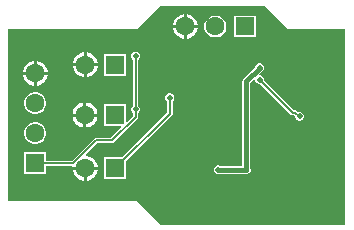
<source format=gbl>
G04*
G04 #@! TF.GenerationSoftware,Altium Limited,Altium Designer,22.6.1 (34)*
G04*
G04 Layer_Physical_Order=2*
G04 Layer_Color=16711680*
%FSLAX25Y25*%
%MOIN*%
G70*
G04*
G04 #@! TF.SameCoordinates,6A0AF7E6-2655-45A2-AC58-E928B373DE11*
G04*
G04*
G04 #@! TF.FilePolarity,Positive*
G04*
G01*
G75*
%ADD11C,0.01575*%
%ADD12C,0.00787*%
%ADD31R,0.06299X0.06299*%
%ADD32C,0.06299*%
%ADD33R,0.06299X0.06299*%
%ADD34C,0.01968*%
G36*
X467860Y396993D02*
X468155Y396796D01*
X468504Y396727D01*
X487278D01*
Y331620D01*
X425574D01*
X417967Y339227D01*
X417671Y339424D01*
X417323Y339494D01*
X374927D01*
Y396727D01*
X417323D01*
X417671Y396796D01*
X417967Y396993D01*
X425574Y404601D01*
X460253D01*
X467860Y396993D01*
D02*
G37*
%LPC*%
G36*
X434444Y401787D02*
X434398D01*
Y398138D01*
X438047D01*
Y398184D01*
X437765Y399239D01*
X437218Y400186D01*
X436446Y400958D01*
X435499Y401505D01*
X434444Y401787D01*
D02*
G37*
G36*
X433398D02*
X433351D01*
X432296Y401505D01*
X431350Y400958D01*
X430577Y400186D01*
X430031Y399239D01*
X429748Y398184D01*
Y398138D01*
X433398D01*
Y401787D01*
D02*
G37*
G36*
X457547Y401287D02*
X450248D01*
Y393988D01*
X457547D01*
Y401287D01*
D02*
G37*
G36*
X444378D02*
X443417D01*
X442489Y401039D01*
X441657Y400558D01*
X440977Y399879D01*
X440497Y399046D01*
X440248Y398118D01*
Y397157D01*
X440497Y396229D01*
X440977Y395397D01*
X441657Y394717D01*
X442489Y394237D01*
X443417Y393988D01*
X444378D01*
X445306Y394237D01*
X446139Y394717D01*
X446818Y395397D01*
X447298Y396229D01*
X447547Y397157D01*
Y398118D01*
X447298Y399046D01*
X446818Y399879D01*
X446139Y400558D01*
X445306Y401039D01*
X444378Y401287D01*
D02*
G37*
G36*
X438047Y397138D02*
X434398D01*
Y393488D01*
X434444D01*
X435499Y393771D01*
X436446Y394317D01*
X437218Y395090D01*
X437765Y396036D01*
X438047Y397092D01*
Y397138D01*
D02*
G37*
G36*
X433398D02*
X429748D01*
Y397092D01*
X430031Y396036D01*
X430577Y395090D01*
X431350Y394317D01*
X432296Y393771D01*
X433351Y393488D01*
X433398D01*
Y397138D01*
D02*
G37*
G36*
X401058Y388992D02*
X401012D01*
Y385343D01*
X404661D01*
Y385389D01*
X404379Y386444D01*
X403832Y387390D01*
X403060Y388163D01*
X402113Y388709D01*
X401058Y388992D01*
D02*
G37*
G36*
X400012D02*
X399966D01*
X398910Y388709D01*
X397964Y388163D01*
X397191Y387390D01*
X396645Y386444D01*
X396362Y385389D01*
Y385343D01*
X400012D01*
Y388992D01*
D02*
G37*
G36*
X384405Y386197D02*
X384358D01*
Y382547D01*
X388008D01*
Y382594D01*
X387725Y383649D01*
X387179Y384595D01*
X386406Y385368D01*
X385460Y385914D01*
X384405Y386197D01*
D02*
G37*
G36*
X383358D02*
X383312D01*
X382257Y385914D01*
X381310Y385368D01*
X380538Y384595D01*
X379992Y383649D01*
X379709Y382594D01*
Y382547D01*
X383358D01*
Y386197D01*
D02*
G37*
G36*
X414161Y388492D02*
X406862D01*
Y381193D01*
X414161D01*
Y388492D01*
D02*
G37*
G36*
X404661Y384343D02*
X401012D01*
Y380693D01*
X401058D01*
X402113Y380976D01*
X403060Y381522D01*
X403832Y382295D01*
X404379Y383241D01*
X404661Y384296D01*
Y384343D01*
D02*
G37*
G36*
X400012D02*
X396362D01*
Y384296D01*
X396645Y383241D01*
X397191Y382295D01*
X397964Y381522D01*
X398910Y380976D01*
X399966Y380693D01*
X400012D01*
Y384343D01*
D02*
G37*
G36*
X388008Y381547D02*
X384358D01*
Y377898D01*
X384405D01*
X385460Y378180D01*
X386406Y378727D01*
X387179Y379499D01*
X387725Y380446D01*
X388008Y381501D01*
Y381547D01*
D02*
G37*
G36*
X383358D02*
X379709D01*
Y381501D01*
X379992Y380446D01*
X380538Y379499D01*
X381310Y378727D01*
X382257Y378180D01*
X383312Y377898D01*
X383358D01*
Y381547D01*
D02*
G37*
G36*
X400979Y372260D02*
X400933D01*
Y368610D01*
X404583D01*
Y368657D01*
X404300Y369712D01*
X403754Y370658D01*
X402981Y371431D01*
X402035Y371977D01*
X400979Y372260D01*
D02*
G37*
G36*
X399933D02*
X399887D01*
X398831Y371977D01*
X397885Y371431D01*
X397113Y370658D01*
X396566Y369712D01*
X396284Y368657D01*
Y368610D01*
X399933D01*
Y372260D01*
D02*
G37*
G36*
X384339Y375697D02*
X383378D01*
X382450Y375448D01*
X381617Y374968D01*
X380938Y374288D01*
X380457Y373456D01*
X380209Y372528D01*
Y371567D01*
X380457Y370638D01*
X380938Y369806D01*
X381617Y369127D01*
X382450Y368646D01*
X383378Y368398D01*
X384339D01*
X385267Y368646D01*
X386099Y369127D01*
X386779Y369806D01*
X387259Y370638D01*
X387508Y371567D01*
Y372528D01*
X387259Y373456D01*
X386779Y374288D01*
X386099Y374968D01*
X385267Y375448D01*
X384339Y375697D01*
D02*
G37*
G36*
X458957Y385343D02*
X458366D01*
X457821Y385117D01*
X457403Y384699D01*
X457232Y384285D01*
X453304Y380357D01*
X453020Y379931D01*
X452920Y379429D01*
Y351214D01*
X445591D01*
X445177Y351386D01*
X444587D01*
X444041Y351160D01*
X443624Y350742D01*
X443398Y350197D01*
Y349606D01*
X443624Y349061D01*
X444041Y348643D01*
X444587Y348417D01*
X445177D01*
X445591Y348589D01*
X453523D01*
X453937Y348417D01*
X454528D01*
X455073Y348643D01*
X455491Y349061D01*
X455717Y349606D01*
Y350197D01*
X455545Y350611D01*
Y378885D01*
X456677Y380018D01*
X457177Y379811D01*
Y379626D01*
X457403Y379081D01*
X457821Y378663D01*
X458366Y378437D01*
X458857D01*
X469003Y368291D01*
X469299Y368094D01*
X469647Y368024D01*
X469985D01*
X470490Y367520D01*
Y367348D01*
X470716Y366803D01*
X471134Y366385D01*
X471679Y366159D01*
X472270D01*
X472815Y366385D01*
X473233Y366803D01*
X473459Y367348D01*
Y367939D01*
X473233Y368484D01*
X472815Y368902D01*
X472270Y369128D01*
X471679D01*
X471524Y369063D01*
X471007Y369580D01*
X470712Y369777D01*
X470363Y369847D01*
X470025D01*
X460146Y379726D01*
Y380217D01*
X459920Y380762D01*
X459502Y381180D01*
X458957Y381405D01*
X458772D01*
X458565Y381906D01*
X459088Y382428D01*
X459502Y382600D01*
X459920Y383017D01*
X460146Y383563D01*
Y384154D01*
X459920Y384699D01*
X459502Y385117D01*
X458957Y385343D01*
D02*
G37*
G36*
X417618Y389280D02*
X417028D01*
X416482Y389054D01*
X416065Y388636D01*
X415839Y388090D01*
Y387500D01*
X416065Y386954D01*
X416412Y386607D01*
Y371267D01*
X416065Y370919D01*
X415839Y370374D01*
Y369783D01*
X416065Y369238D01*
X416412Y368891D01*
Y367814D01*
X414545Y365947D01*
X414083Y366139D01*
Y371760D01*
X406783D01*
Y364461D01*
X412405D01*
X412596Y363999D01*
X409138Y360540D01*
X404029D01*
X403680Y360471D01*
X403385Y360273D01*
X396070Y352958D01*
X387508D01*
Y355697D01*
X380209D01*
Y348398D01*
X387508D01*
Y351136D01*
X396212D01*
X396362Y350940D01*
Y350894D01*
X404661D01*
Y350940D01*
X404379Y351995D01*
X403832Y352942D01*
X403060Y353714D01*
X402113Y354260D01*
X401058Y354543D01*
X400885D01*
X400694Y355005D01*
X404406Y358718D01*
X409515D01*
X409864Y358787D01*
X410159Y358985D01*
X417967Y366793D01*
X418165Y367088D01*
X418234Y367437D01*
Y368891D01*
X418581Y369238D01*
X418807Y369783D01*
Y370374D01*
X418581Y370919D01*
X418234Y371267D01*
Y386607D01*
X418581Y386954D01*
X418807Y387500D01*
Y388090D01*
X418581Y388636D01*
X418164Y389054D01*
X417618Y389280D01*
D02*
G37*
G36*
X404583Y367610D02*
X400933D01*
Y363961D01*
X400979D01*
X402035Y364243D01*
X402981Y364790D01*
X403754Y365562D01*
X404300Y366509D01*
X404583Y367564D01*
Y367610D01*
D02*
G37*
G36*
X399933D02*
X396284D01*
Y367564D01*
X396566Y366509D01*
X397113Y365562D01*
X397885Y364790D01*
X398831Y364243D01*
X399887Y363961D01*
X399933D01*
Y367610D01*
D02*
G37*
G36*
X384339Y365697D02*
X383378D01*
X382450Y365448D01*
X381617Y364968D01*
X380938Y364288D01*
X380457Y363456D01*
X380209Y362528D01*
Y361567D01*
X380457Y360638D01*
X380938Y359806D01*
X381617Y359127D01*
X382450Y358646D01*
X383378Y358398D01*
X384339D01*
X385267Y358646D01*
X386099Y359127D01*
X386779Y359806D01*
X387259Y360638D01*
X387508Y361567D01*
Y362528D01*
X387259Y363456D01*
X386779Y364288D01*
X386099Y364968D01*
X385267Y365448D01*
X384339Y365697D01*
D02*
G37*
G36*
X429001Y375320D02*
X428410D01*
X427865Y375094D01*
X427447Y374676D01*
X427221Y374131D01*
Y373540D01*
X427447Y372995D01*
X427794Y372648D01*
Y368965D01*
X412873Y354043D01*
X406862D01*
Y346744D01*
X414161D01*
Y352755D01*
X429350Y367943D01*
X429548Y368239D01*
X429617Y368588D01*
Y372648D01*
X429964Y372995D01*
X430190Y373540D01*
Y374131D01*
X429964Y374676D01*
X429546Y375094D01*
X429001Y375320D01*
D02*
G37*
G36*
X404661Y349894D02*
X401012D01*
Y346244D01*
X401058D01*
X402113Y346527D01*
X403060Y347073D01*
X403832Y347846D01*
X404379Y348792D01*
X404661Y349847D01*
Y349894D01*
D02*
G37*
G36*
X400012D02*
X396362D01*
Y349847D01*
X396645Y348792D01*
X397191Y347846D01*
X397964Y347073D01*
X398910Y346527D01*
X399966Y346244D01*
X400012D01*
Y349894D01*
D02*
G37*
%LPD*%
D11*
X454232Y379429D02*
X458661Y383858D01*
X454232Y349902D02*
Y379429D01*
X444882Y349902D02*
X454232D01*
D12*
X458661Y379921D02*
X469647Y368935D01*
X471655Y367644D02*
X471974D01*
X469647Y368935D02*
X470363D01*
X471655Y367644D01*
X417323Y367437D02*
Y370079D01*
Y387795D01*
X410512Y350394D02*
X428706Y368588D01*
Y373836D01*
X396447Y352047D02*
X404029Y359629D01*
X409515D02*
X417323Y367437D01*
X404029Y359629D02*
X409515D01*
X383858Y352047D02*
X396447D01*
D31*
X453898Y397638D02*
D03*
X410512Y350394D02*
D03*
X410433Y368110D02*
D03*
X410512Y384842D02*
D03*
D32*
X443898Y397638D02*
D03*
X433898D02*
D03*
X400512Y350394D02*
D03*
X400433Y368110D02*
D03*
X400512Y384842D02*
D03*
X383858Y382047D02*
D03*
Y372047D02*
D03*
Y362047D02*
D03*
D33*
Y352047D02*
D03*
D34*
X486221Y393701D02*
D03*
X484252Y389764D02*
D03*
X486221Y385827D02*
D03*
X484252Y350394D02*
D03*
X486221Y346457D02*
D03*
X484252Y342520D02*
D03*
X486221Y338583D02*
D03*
X484252Y334646D02*
D03*
X482284Y393701D02*
D03*
X480315Y389764D02*
D03*
X482284Y385827D02*
D03*
X480315Y350394D02*
D03*
X482284Y346457D02*
D03*
X480315Y342520D02*
D03*
X482284Y338583D02*
D03*
X480315Y334646D02*
D03*
X478347Y393701D02*
D03*
X476378Y389764D02*
D03*
X478347Y385827D02*
D03*
X476378Y350394D02*
D03*
X478347Y346457D02*
D03*
X476378Y342520D02*
D03*
X478347Y338583D02*
D03*
X476378Y334646D02*
D03*
X474410Y393701D02*
D03*
X472441Y389764D02*
D03*
X474410Y385827D02*
D03*
X472441Y350394D02*
D03*
X474410Y346457D02*
D03*
X472441Y342520D02*
D03*
X474410Y338583D02*
D03*
X472441Y334646D02*
D03*
X470473Y393701D02*
D03*
X468504Y389764D02*
D03*
X470473Y385827D02*
D03*
X468504Y350394D02*
D03*
X470473Y346457D02*
D03*
X468504Y342520D02*
D03*
X470473Y338583D02*
D03*
X468504Y334646D02*
D03*
X464567Y397638D02*
D03*
X466536Y393701D02*
D03*
X464567Y389764D02*
D03*
X466536Y385827D02*
D03*
X464567Y350394D02*
D03*
X466536Y346457D02*
D03*
X464567Y342520D02*
D03*
X466536Y338583D02*
D03*
X464567Y334646D02*
D03*
X460630Y397638D02*
D03*
X462599Y393701D02*
D03*
X460630Y350394D02*
D03*
X462599Y346457D02*
D03*
X460630Y342520D02*
D03*
X462599Y338583D02*
D03*
X460630Y334646D02*
D03*
X458662Y401575D02*
D03*
X456693Y389764D02*
D03*
X458662Y362205D02*
D03*
X456693Y350394D02*
D03*
X458662Y346457D02*
D03*
X456693Y342520D02*
D03*
X458662Y338583D02*
D03*
X456693Y334646D02*
D03*
X454725Y346457D02*
D03*
Y338583D02*
D03*
X452756Y334646D02*
D03*
X448819Y397638D02*
D03*
Y389764D02*
D03*
Y334646D02*
D03*
X446851Y401575D02*
D03*
X444882Y389764D02*
D03*
X446851Y385827D02*
D03*
X444882Y381890D02*
D03*
X446851Y377953D02*
D03*
X444882Y374016D02*
D03*
X446851Y370079D02*
D03*
X444882Y366142D02*
D03*
X446851Y362205D02*
D03*
X444882Y358268D02*
D03*
Y334646D02*
D03*
X440945Y389764D02*
D03*
X442914Y385827D02*
D03*
X440945Y381890D02*
D03*
X442914Y377953D02*
D03*
X440945Y374016D02*
D03*
X442914Y370079D02*
D03*
X440945Y366142D02*
D03*
X442914Y362205D02*
D03*
X440945Y358268D02*
D03*
X442914Y354331D02*
D03*
X440945Y350394D02*
D03*
Y334646D02*
D03*
X438977Y401575D02*
D03*
Y393701D02*
D03*
X437008Y389764D02*
D03*
Y334646D02*
D03*
X433071Y389764D02*
D03*
Y334646D02*
D03*
X429134Y389764D02*
D03*
Y334646D02*
D03*
X427166Y401575D02*
D03*
X425197Y397638D02*
D03*
X427166Y393701D02*
D03*
X425197Y358268D02*
D03*
X427166Y346457D02*
D03*
X425197Y342520D02*
D03*
Y334646D02*
D03*
X421260Y397638D02*
D03*
X423229Y393701D02*
D03*
Y377953D02*
D03*
X421260Y374016D02*
D03*
Y358268D02*
D03*
Y342520D02*
D03*
X423229Y338583D02*
D03*
X419292Y393701D02*
D03*
Y385827D02*
D03*
Y377953D02*
D03*
X417323Y342520D02*
D03*
X415355Y393701D02*
D03*
X413386Y389764D02*
D03*
X415355Y385827D02*
D03*
Y377953D02*
D03*
X413386Y374016D02*
D03*
Y358268D02*
D03*
Y342520D02*
D03*
X411417Y393701D02*
D03*
X409449Y389764D02*
D03*
X411417Y377953D02*
D03*
X409449Y374016D02*
D03*
Y342520D02*
D03*
X407480Y393701D02*
D03*
X405512Y389764D02*
D03*
Y381890D02*
D03*
X407480Y377953D02*
D03*
X405512Y374016D02*
D03*
Y366142D02*
D03*
Y350394D02*
D03*
Y342520D02*
D03*
X403544Y393701D02*
D03*
Y377953D02*
D03*
X401575Y374016D02*
D03*
Y342520D02*
D03*
X399606Y393701D02*
D03*
X397638Y389764D02*
D03*
X399606Y377953D02*
D03*
X397638Y374016D02*
D03*
Y358268D02*
D03*
Y342520D02*
D03*
X395670Y393701D02*
D03*
X393701Y389764D02*
D03*
Y381890D02*
D03*
X395670Y377953D02*
D03*
X393701Y374016D02*
D03*
Y366142D02*
D03*
Y358268D02*
D03*
X395670Y346457D02*
D03*
X393701Y342520D02*
D03*
X391733Y393701D02*
D03*
X389764Y389764D02*
D03*
X391733Y385827D02*
D03*
X389764Y381890D02*
D03*
X391733Y377953D02*
D03*
X389764Y374016D02*
D03*
Y366142D02*
D03*
Y358268D02*
D03*
X391733Y346457D02*
D03*
X389764Y342520D02*
D03*
X387795Y393701D02*
D03*
X385827Y389764D02*
D03*
X387795Y385827D02*
D03*
Y377953D02*
D03*
Y346457D02*
D03*
X385827Y342520D02*
D03*
X383858Y393701D02*
D03*
X381890Y389764D02*
D03*
X383858Y346457D02*
D03*
X381890Y342520D02*
D03*
X379922Y393701D02*
D03*
X377953Y389764D02*
D03*
X379922Y385827D02*
D03*
X377953Y381890D02*
D03*
X379922Y377953D02*
D03*
X377953Y374016D02*
D03*
Y366142D02*
D03*
Y358268D02*
D03*
Y350394D02*
D03*
X379922Y346457D02*
D03*
X377953Y342520D02*
D03*
X435039Y350394D02*
D03*
X460630Y360236D02*
D03*
X458661Y368110D02*
D03*
X473352Y360667D02*
D03*
X468504Y377953D02*
D03*
X471974Y367644D02*
D03*
X417323Y387795D02*
D03*
Y370079D02*
D03*
X458661Y383858D02*
D03*
Y379921D02*
D03*
X454232Y349902D02*
D03*
X444882D02*
D03*
X428706Y373836D02*
D03*
M02*

</source>
